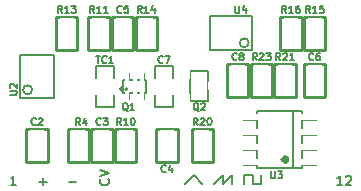
<source format=gto>
%FSLAX46Y46*%
G04 Gerber Fmt 4.6, Leading zero omitted, Abs format (unit mm)*
G04 Created by KiCad (PCBNEW (2014-09-02 BZR 5112)-product) date 2014-09-07 2:51:26 PM*
%MOMM*%
G01*
G04 APERTURE LIST*
%ADD10C,0.150000*%
%ADD11C,0.203200*%
%ADD12C,0.200000*%
%ADD13C,0.066040*%
%ADD14C,0.152400*%
%ADD15C,0.127000*%
%ADD16C,0.406400*%
%ADD17C,0.254000*%
%ADD18R,0.299720X1.300480*%
%ADD19R,1.300480X0.299720*%
%ADD20R,0.398780X0.797560*%
%ADD21R,1.000760X0.701040*%
%ADD22R,2.199640X0.599440*%
%ADD23R,1.397000X1.143000*%
%ADD24R,1.143000X0.812800*%
%ADD25R,1.350000X3.500000*%
G04 APERTURE END LIST*
D10*
D11*
X147190362Y-97058057D02*
X147809638Y-97058057D01*
X150540286Y-96846762D02*
X150578990Y-96885467D01*
X150617695Y-97001581D01*
X150617695Y-97078991D01*
X150578990Y-97195105D01*
X150501581Y-97272514D01*
X150424171Y-97311219D01*
X150269352Y-97349924D01*
X150153238Y-97349924D01*
X149998419Y-97311219D01*
X149921010Y-97272514D01*
X149843600Y-97195105D01*
X149804895Y-97078991D01*
X149804895Y-97001581D01*
X149843600Y-96885467D01*
X149882305Y-96846762D01*
X149804895Y-96614533D02*
X150617695Y-96343600D01*
X149804895Y-96072667D01*
D12*
X163500000Y-97250000D02*
X163500000Y-96500000D01*
X162750000Y-97250000D02*
X163500000Y-97250000D01*
X162750000Y-96500000D02*
X162750000Y-97250000D01*
X162000000Y-96500000D02*
X162750000Y-96500000D01*
X162000000Y-97250000D02*
X162000000Y-96500000D01*
X161000000Y-96500000D02*
X161000000Y-97250000D01*
X160250000Y-97250000D02*
X161000000Y-96500000D01*
X160250000Y-96500000D02*
X160250000Y-97250000D01*
X159500000Y-97250000D02*
X160250000Y-96500000D01*
X157750000Y-96500000D02*
X158500000Y-97250000D01*
X157000000Y-97250000D02*
X157750000Y-96500000D01*
D11*
X170345181Y-97367695D02*
X169880724Y-97367695D01*
X170112953Y-97367695D02*
X170112953Y-96554895D01*
X170035543Y-96671010D01*
X169958134Y-96748419D01*
X169880724Y-96787124D01*
X170654819Y-96632305D02*
X170693524Y-96593600D01*
X170770933Y-96554895D01*
X170964457Y-96554895D01*
X171041867Y-96593600D01*
X171080571Y-96632305D01*
X171119276Y-96709714D01*
X171119276Y-96787124D01*
X171080571Y-96903238D01*
X170616114Y-97367695D01*
X171119276Y-97367695D01*
X144690362Y-97058057D02*
X145309638Y-97058057D01*
X145000000Y-97367695D02*
X145000000Y-96748419D01*
X142732229Y-97367695D02*
X142267772Y-97367695D01*
X142500001Y-97367695D02*
X142500001Y-96554895D01*
X142422591Y-96671010D01*
X142345182Y-96748419D01*
X142267772Y-96787124D01*
D12*
X151500000Y-89250000D02*
X151750000Y-89500000D01*
X151750000Y-89000000D02*
X151500000Y-89250000D01*
X143070000Y-86350000D02*
X145930000Y-86350000D01*
X145930000Y-86350000D02*
X145930000Y-89950000D01*
X145930000Y-89950000D02*
X143070000Y-89950000D01*
X143062000Y-89928000D02*
X143062000Y-86372000D01*
X144078000Y-89293000D02*
G75*
G03X144078000Y-89293000I-381000J0D01*
G74*
G01*
X159100000Y-85930000D02*
X159100000Y-83070000D01*
X159100000Y-83070000D02*
X162700000Y-83070000D01*
X162700000Y-83070000D02*
X162700000Y-85930000D01*
X162678000Y-85938000D02*
X159122000Y-85938000D01*
X162424000Y-85303000D02*
G75*
G03X162424000Y-85303000I-381000J0D01*
G74*
G01*
D13*
X151952440Y-90099820D02*
X152252160Y-90099820D01*
X152252160Y-90099820D02*
X152252160Y-89599440D01*
X151952440Y-89599440D02*
X152252160Y-89599440D01*
X151952440Y-90099820D02*
X151952440Y-89599440D01*
X152600140Y-90099820D02*
X152899860Y-90099820D01*
X152899860Y-90099820D02*
X152899860Y-89599440D01*
X152600140Y-89599440D02*
X152899860Y-89599440D01*
X152600140Y-90099820D02*
X152600140Y-89599440D01*
X153247840Y-90099820D02*
X153547560Y-90099820D01*
X153547560Y-90099820D02*
X153547560Y-89599440D01*
X153247840Y-89599440D02*
X153547560Y-89599440D01*
X153247840Y-90099820D02*
X153247840Y-89599440D01*
X153247840Y-88400560D02*
X153547560Y-88400560D01*
X153547560Y-88400560D02*
X153547560Y-87900180D01*
X153247840Y-87900180D02*
X153547560Y-87900180D01*
X153247840Y-88400560D02*
X153247840Y-87900180D01*
X152600140Y-88400560D02*
X152899860Y-88400560D01*
X152899860Y-88400560D02*
X152899860Y-87900180D01*
X152600140Y-87900180D02*
X152899860Y-87900180D01*
X152600140Y-88400560D02*
X152600140Y-87900180D01*
X151952440Y-88400560D02*
X152252160Y-88400560D01*
X152252160Y-88400560D02*
X152252160Y-87900180D01*
X151952440Y-87900180D02*
X152252160Y-87900180D01*
X151952440Y-88400560D02*
X151952440Y-87900180D01*
D11*
X151751780Y-88451360D02*
X153748220Y-88451360D01*
X153748220Y-88451360D02*
X153748220Y-89548640D01*
X153748220Y-89548640D02*
X151751780Y-89548640D01*
X151751780Y-89548640D02*
X151751780Y-88451360D01*
D14*
X152155671Y-89248920D02*
G75*
G03X152155671Y-89248920I-104171J0D01*
G74*
G01*
D15*
X157488000Y-90270000D02*
X157488000Y-87666500D01*
X157488000Y-87666500D02*
X159012000Y-87666500D01*
X159012000Y-87666500D02*
X159012000Y-90270000D01*
X159012000Y-90270000D02*
X157488000Y-90270000D01*
D16*
X165660605Y-95208000D02*
G75*
G03X165660605Y-95208000I-179605J0D01*
G74*
G01*
D13*
X168098800Y-95648840D02*
X168098800Y-95158620D01*
X168098800Y-95158620D02*
X166998980Y-95158620D01*
X166998980Y-95648840D02*
X166998980Y-95158620D01*
X168098800Y-95648840D02*
X166998980Y-95648840D01*
X168098800Y-94378840D02*
X168098800Y-93888620D01*
X168098800Y-93888620D02*
X166998980Y-93888620D01*
X166998980Y-94378840D02*
X166998980Y-93888620D01*
X168098800Y-94378840D02*
X166998980Y-94378840D01*
X168098800Y-93111380D02*
X168098800Y-92621160D01*
X168098800Y-92621160D02*
X166998980Y-92621160D01*
X166998980Y-93111380D02*
X166998980Y-92621160D01*
X168098800Y-93111380D02*
X166998980Y-93111380D01*
X168098800Y-91841380D02*
X168098800Y-91351160D01*
X168098800Y-91351160D02*
X166998980Y-91351160D01*
X166998980Y-91841380D02*
X166998980Y-91351160D01*
X168098800Y-91841380D02*
X166998980Y-91841380D01*
X163001020Y-91841380D02*
X163001020Y-91351160D01*
X163001020Y-91351160D02*
X161901200Y-91351160D01*
X161901200Y-91841380D02*
X161901200Y-91351160D01*
X163001020Y-91841380D02*
X161901200Y-91841380D01*
X163001020Y-93111380D02*
X163001020Y-92621160D01*
X163001020Y-92621160D02*
X161901200Y-92621160D01*
X161901200Y-93111380D02*
X161901200Y-92621160D01*
X163001020Y-93111380D02*
X161901200Y-93111380D01*
X163001020Y-94378840D02*
X163001020Y-93888620D01*
X163001020Y-93888620D02*
X161901200Y-93888620D01*
X161901200Y-94378840D02*
X161901200Y-93888620D01*
X163001020Y-94378840D02*
X161901200Y-94378840D01*
X163001020Y-95648840D02*
X163001020Y-95158620D01*
X163001020Y-95158620D02*
X161901200Y-95158620D01*
X161901200Y-95648840D02*
X161901200Y-95158620D01*
X163001020Y-95648840D02*
X161901200Y-95648840D01*
D11*
X163100080Y-91102240D02*
X166399540Y-91102240D01*
X166399540Y-91102240D02*
X166899920Y-91102240D01*
X166899920Y-91102240D02*
X166899920Y-95897760D01*
X166899920Y-95897760D02*
X166399540Y-95897760D01*
X166399540Y-95897760D02*
X163100080Y-95897760D01*
X163100080Y-95897760D02*
X163100080Y-91102240D01*
X166145540Y-91102240D02*
X166145540Y-95897760D01*
D15*
X154488000Y-88288800D02*
X154488000Y-87272800D01*
X154488000Y-87272800D02*
X156012000Y-87272800D01*
X156012000Y-87272800D02*
X156012000Y-88288800D01*
X156012000Y-89711200D02*
X156012000Y-90727200D01*
X156012000Y-90727200D02*
X154488000Y-90727200D01*
X154488000Y-90727200D02*
X154488000Y-89711200D01*
X149488000Y-88288800D02*
X149488000Y-87272800D01*
X149488000Y-87272800D02*
X151012000Y-87272800D01*
X151012000Y-87272800D02*
X151012000Y-88288800D01*
X151012000Y-89711200D02*
X151012000Y-90727200D01*
X151012000Y-90727200D02*
X149488000Y-90727200D01*
X149488000Y-90727200D02*
X149488000Y-89711200D01*
D17*
X148900000Y-95400000D02*
X148900000Y-92600000D01*
X148900000Y-92600000D02*
X147100000Y-92600000D01*
X147100000Y-92600000D02*
X147100000Y-95400000D01*
X147100000Y-95400000D02*
X148900000Y-95400000D01*
X152650000Y-85900000D02*
X152650000Y-83100000D01*
X152650000Y-83100000D02*
X150850000Y-83100000D01*
X150850000Y-83100000D02*
X150850000Y-85900000D01*
X150850000Y-85900000D02*
X152650000Y-85900000D01*
X152850000Y-83100000D02*
X152850000Y-85900000D01*
X152850000Y-85900000D02*
X154650000Y-85900000D01*
X154650000Y-85900000D02*
X154650000Y-83100000D01*
X154650000Y-83100000D02*
X152850000Y-83100000D01*
X147900000Y-85900000D02*
X147900000Y-83100000D01*
X147900000Y-83100000D02*
X146100000Y-83100000D01*
X146100000Y-83100000D02*
X146100000Y-85900000D01*
X146100000Y-85900000D02*
X147900000Y-85900000D01*
X151100000Y-92600000D02*
X151100000Y-95400000D01*
X151100000Y-95400000D02*
X152900000Y-95400000D01*
X152900000Y-95400000D02*
X152900000Y-92600000D01*
X152900000Y-92600000D02*
X151100000Y-92600000D01*
X149100000Y-92600000D02*
X149100000Y-95400000D01*
X149100000Y-95400000D02*
X150900000Y-95400000D01*
X150900000Y-95400000D02*
X150900000Y-92600000D01*
X150900000Y-92600000D02*
X149100000Y-92600000D01*
X157600000Y-92600000D02*
X157600000Y-95400000D01*
X157600000Y-95400000D02*
X159400000Y-95400000D01*
X159400000Y-95400000D02*
X159400000Y-92600000D01*
X159400000Y-92600000D02*
X157600000Y-92600000D01*
X148850000Y-83100000D02*
X148850000Y-85900000D01*
X148850000Y-85900000D02*
X150650000Y-85900000D01*
X150650000Y-85900000D02*
X150650000Y-83100000D01*
X150650000Y-83100000D02*
X148850000Y-83100000D01*
X154600000Y-92600000D02*
X154600000Y-95400000D01*
X154600000Y-95400000D02*
X156400000Y-95400000D01*
X156400000Y-95400000D02*
X156400000Y-92600000D01*
X156400000Y-92600000D02*
X154600000Y-92600000D01*
X145400000Y-95400000D02*
X145400000Y-92600000D01*
X145400000Y-92600000D02*
X143600000Y-92600000D01*
X143600000Y-92600000D02*
X143600000Y-95400000D01*
X143600000Y-95400000D02*
X145400000Y-95400000D01*
X160600000Y-87100000D02*
X160600000Y-89900000D01*
X160600000Y-89900000D02*
X162400000Y-89900000D01*
X162400000Y-89900000D02*
X162400000Y-87100000D01*
X162400000Y-87100000D02*
X160600000Y-87100000D01*
X168900000Y-89900000D02*
X168900000Y-87100000D01*
X168900000Y-87100000D02*
X167100000Y-87100000D01*
X167100000Y-87100000D02*
X167100000Y-89900000D01*
X167100000Y-89900000D02*
X168900000Y-89900000D01*
X165100000Y-83100000D02*
X165100000Y-85900000D01*
X165100000Y-85900000D02*
X166900000Y-85900000D01*
X166900000Y-85900000D02*
X166900000Y-83100000D01*
X166900000Y-83100000D02*
X165100000Y-83100000D01*
X168900000Y-85900000D02*
X168900000Y-83100000D01*
X168900000Y-83100000D02*
X167100000Y-83100000D01*
X167100000Y-83100000D02*
X167100000Y-85900000D01*
X167100000Y-85900000D02*
X168900000Y-85900000D01*
X162600000Y-87100000D02*
X162600000Y-89900000D01*
X162600000Y-89900000D02*
X164400000Y-89900000D01*
X164400000Y-89900000D02*
X164400000Y-87100000D01*
X164400000Y-87100000D02*
X162600000Y-87100000D01*
X164600000Y-87100000D02*
X164600000Y-89900000D01*
X164600000Y-89900000D02*
X166400000Y-89900000D01*
X166400000Y-89900000D02*
X166400000Y-87100000D01*
X166400000Y-87100000D02*
X164600000Y-87100000D01*
D14*
X142166171Y-89714457D02*
X142659657Y-89714457D01*
X142717714Y-89685429D01*
X142746743Y-89656400D01*
X142775771Y-89598343D01*
X142775771Y-89482229D01*
X142746743Y-89424171D01*
X142717714Y-89395143D01*
X142659657Y-89366114D01*
X142166171Y-89366114D01*
X142224229Y-89104857D02*
X142195200Y-89075828D01*
X142166171Y-89017771D01*
X142166171Y-88872628D01*
X142195200Y-88814571D01*
X142224229Y-88785542D01*
X142282286Y-88756514D01*
X142340343Y-88756514D01*
X142427429Y-88785542D01*
X142775771Y-89133885D01*
X142775771Y-88756514D01*
X161285543Y-82166171D02*
X161285543Y-82659657D01*
X161314571Y-82717714D01*
X161343600Y-82746743D01*
X161401657Y-82775771D01*
X161517771Y-82775771D01*
X161575829Y-82746743D01*
X161604857Y-82717714D01*
X161633886Y-82659657D01*
X161633886Y-82166171D01*
X162185429Y-82369371D02*
X162185429Y-82775771D01*
X162040286Y-82137143D02*
X161895143Y-82572571D01*
X162272515Y-82572571D01*
X152191943Y-91083829D02*
X152133886Y-91054800D01*
X152075829Y-90996743D01*
X151988743Y-90909657D01*
X151930686Y-90880629D01*
X151872629Y-90880629D01*
X151901657Y-91025771D02*
X151843600Y-90996743D01*
X151785543Y-90938686D01*
X151756514Y-90822571D01*
X151756514Y-90619371D01*
X151785543Y-90503257D01*
X151843600Y-90445200D01*
X151901657Y-90416171D01*
X152017771Y-90416171D01*
X152075829Y-90445200D01*
X152133886Y-90503257D01*
X152162914Y-90619371D01*
X152162914Y-90822571D01*
X152133886Y-90938686D01*
X152075829Y-90996743D01*
X152017771Y-91025771D01*
X151901657Y-91025771D01*
X152743486Y-91025771D02*
X152395143Y-91025771D01*
X152569315Y-91025771D02*
X152569315Y-90416171D01*
X152511258Y-90503257D01*
X152453200Y-90561314D01*
X152395143Y-90590343D01*
X158191943Y-91083829D02*
X158133886Y-91054800D01*
X158075829Y-90996743D01*
X157988743Y-90909657D01*
X157930686Y-90880629D01*
X157872629Y-90880629D01*
X157901657Y-91025771D02*
X157843600Y-90996743D01*
X157785543Y-90938686D01*
X157756514Y-90822571D01*
X157756514Y-90619371D01*
X157785543Y-90503257D01*
X157843600Y-90445200D01*
X157901657Y-90416171D01*
X158017771Y-90416171D01*
X158075829Y-90445200D01*
X158133886Y-90503257D01*
X158162914Y-90619371D01*
X158162914Y-90822571D01*
X158133886Y-90938686D01*
X158075829Y-90996743D01*
X158017771Y-91025771D01*
X157901657Y-91025771D01*
X158395143Y-90474229D02*
X158424172Y-90445200D01*
X158482229Y-90416171D01*
X158627372Y-90416171D01*
X158685429Y-90445200D01*
X158714458Y-90474229D01*
X158743486Y-90532286D01*
X158743486Y-90590343D01*
X158714458Y-90677429D01*
X158366115Y-91025771D01*
X158743486Y-91025771D01*
X164285543Y-96166171D02*
X164285543Y-96659657D01*
X164314571Y-96717714D01*
X164343600Y-96746743D01*
X164401657Y-96775771D01*
X164517771Y-96775771D01*
X164575829Y-96746743D01*
X164604857Y-96717714D01*
X164633886Y-96659657D01*
X164633886Y-96166171D01*
X164866115Y-96166171D02*
X165243486Y-96166171D01*
X165040286Y-96398400D01*
X165127372Y-96398400D01*
X165185429Y-96427429D01*
X165214458Y-96456457D01*
X165243486Y-96514514D01*
X165243486Y-96659657D01*
X165214458Y-96717714D01*
X165185429Y-96746743D01*
X165127372Y-96775771D01*
X164953200Y-96775771D01*
X164895143Y-96746743D01*
X164866115Y-96717714D01*
X155148401Y-86967714D02*
X155119372Y-86996743D01*
X155032286Y-87025771D01*
X154974229Y-87025771D01*
X154887144Y-86996743D01*
X154829086Y-86938686D01*
X154800058Y-86880629D01*
X154771029Y-86764514D01*
X154771029Y-86677429D01*
X154800058Y-86561314D01*
X154829086Y-86503257D01*
X154887144Y-86445200D01*
X154974229Y-86416171D01*
X155032286Y-86416171D01*
X155119372Y-86445200D01*
X155148401Y-86474229D01*
X155351601Y-86416171D02*
X155758001Y-86416171D01*
X155496744Y-87025771D01*
X149480743Y-86416171D02*
X149829086Y-86416171D01*
X149654915Y-87025771D02*
X149654915Y-86416171D01*
X150380629Y-86967714D02*
X150351600Y-86996743D01*
X150264514Y-87025771D01*
X150206457Y-87025771D01*
X150119372Y-86996743D01*
X150061314Y-86938686D01*
X150032286Y-86880629D01*
X150003257Y-86764514D01*
X150003257Y-86677429D01*
X150032286Y-86561314D01*
X150061314Y-86503257D01*
X150119372Y-86445200D01*
X150206457Y-86416171D01*
X150264514Y-86416171D01*
X150351600Y-86445200D01*
X150380629Y-86474229D01*
X150961200Y-87025771D02*
X150612857Y-87025771D01*
X150787029Y-87025771D02*
X150787029Y-86416171D01*
X150728972Y-86503257D01*
X150670914Y-86561314D01*
X150612857Y-86590343D01*
X148148401Y-92275771D02*
X147945201Y-91985486D01*
X147800058Y-92275771D02*
X147800058Y-91666171D01*
X148032286Y-91666171D01*
X148090344Y-91695200D01*
X148119372Y-91724229D01*
X148148401Y-91782286D01*
X148148401Y-91869371D01*
X148119372Y-91927429D01*
X148090344Y-91956457D01*
X148032286Y-91985486D01*
X147800058Y-91985486D01*
X148670915Y-91869371D02*
X148670915Y-92275771D01*
X148525772Y-91637143D02*
X148380629Y-92072571D01*
X148758001Y-92072571D01*
X151648401Y-82717714D02*
X151619372Y-82746743D01*
X151532286Y-82775771D01*
X151474229Y-82775771D01*
X151387144Y-82746743D01*
X151329086Y-82688686D01*
X151300058Y-82630629D01*
X151271029Y-82514514D01*
X151271029Y-82427429D01*
X151300058Y-82311314D01*
X151329086Y-82253257D01*
X151387144Y-82195200D01*
X151474229Y-82166171D01*
X151532286Y-82166171D01*
X151619372Y-82195200D01*
X151648401Y-82224229D01*
X152199944Y-82166171D02*
X151909658Y-82166171D01*
X151880629Y-82456457D01*
X151909658Y-82427429D01*
X151967715Y-82398400D01*
X152112858Y-82398400D01*
X152170915Y-82427429D01*
X152199944Y-82456457D01*
X152228972Y-82514514D01*
X152228972Y-82659657D01*
X152199944Y-82717714D01*
X152170915Y-82746743D01*
X152112858Y-82775771D01*
X151967715Y-82775771D01*
X151909658Y-82746743D01*
X151880629Y-82717714D01*
X153358115Y-82775771D02*
X153154915Y-82485486D01*
X153009772Y-82775771D02*
X153009772Y-82166171D01*
X153242000Y-82166171D01*
X153300058Y-82195200D01*
X153329086Y-82224229D01*
X153358115Y-82282286D01*
X153358115Y-82369371D01*
X153329086Y-82427429D01*
X153300058Y-82456457D01*
X153242000Y-82485486D01*
X153009772Y-82485486D01*
X153938686Y-82775771D02*
X153590343Y-82775771D01*
X153764515Y-82775771D02*
X153764515Y-82166171D01*
X153706458Y-82253257D01*
X153648400Y-82311314D01*
X153590343Y-82340343D01*
X154461200Y-82369371D02*
X154461200Y-82775771D01*
X154316057Y-82137143D02*
X154170914Y-82572571D01*
X154548286Y-82572571D01*
X146608115Y-82775771D02*
X146404915Y-82485486D01*
X146259772Y-82775771D02*
X146259772Y-82166171D01*
X146492000Y-82166171D01*
X146550058Y-82195200D01*
X146579086Y-82224229D01*
X146608115Y-82282286D01*
X146608115Y-82369371D01*
X146579086Y-82427429D01*
X146550058Y-82456457D01*
X146492000Y-82485486D01*
X146259772Y-82485486D01*
X147188686Y-82775771D02*
X146840343Y-82775771D01*
X147014515Y-82775771D02*
X147014515Y-82166171D01*
X146956458Y-82253257D01*
X146898400Y-82311314D01*
X146840343Y-82340343D01*
X147391886Y-82166171D02*
X147769257Y-82166171D01*
X147566057Y-82398400D01*
X147653143Y-82398400D01*
X147711200Y-82427429D01*
X147740229Y-82456457D01*
X147769257Y-82514514D01*
X147769257Y-82659657D01*
X147740229Y-82717714D01*
X147711200Y-82746743D01*
X147653143Y-82775771D01*
X147478971Y-82775771D01*
X147420914Y-82746743D01*
X147391886Y-82717714D01*
X151608115Y-92275771D02*
X151404915Y-91985486D01*
X151259772Y-92275771D02*
X151259772Y-91666171D01*
X151492000Y-91666171D01*
X151550058Y-91695200D01*
X151579086Y-91724229D01*
X151608115Y-91782286D01*
X151608115Y-91869371D01*
X151579086Y-91927429D01*
X151550058Y-91956457D01*
X151492000Y-91985486D01*
X151259772Y-91985486D01*
X152188686Y-92275771D02*
X151840343Y-92275771D01*
X152014515Y-92275771D02*
X152014515Y-91666171D01*
X151956458Y-91753257D01*
X151898400Y-91811314D01*
X151840343Y-91840343D01*
X152566057Y-91666171D02*
X152624114Y-91666171D01*
X152682171Y-91695200D01*
X152711200Y-91724229D01*
X152740229Y-91782286D01*
X152769257Y-91898400D01*
X152769257Y-92043543D01*
X152740229Y-92159657D01*
X152711200Y-92217714D01*
X152682171Y-92246743D01*
X152624114Y-92275771D01*
X152566057Y-92275771D01*
X152508000Y-92246743D01*
X152478971Y-92217714D01*
X152449943Y-92159657D01*
X152420914Y-92043543D01*
X152420914Y-91898400D01*
X152449943Y-91782286D01*
X152478971Y-91724229D01*
X152508000Y-91695200D01*
X152566057Y-91666171D01*
X149898401Y-92217714D02*
X149869372Y-92246743D01*
X149782286Y-92275771D01*
X149724229Y-92275771D01*
X149637144Y-92246743D01*
X149579086Y-92188686D01*
X149550058Y-92130629D01*
X149521029Y-92014514D01*
X149521029Y-91927429D01*
X149550058Y-91811314D01*
X149579086Y-91753257D01*
X149637144Y-91695200D01*
X149724229Y-91666171D01*
X149782286Y-91666171D01*
X149869372Y-91695200D01*
X149898401Y-91724229D01*
X150101601Y-91666171D02*
X150478972Y-91666171D01*
X150275772Y-91898400D01*
X150362858Y-91898400D01*
X150420915Y-91927429D01*
X150449944Y-91956457D01*
X150478972Y-92014514D01*
X150478972Y-92159657D01*
X150449944Y-92217714D01*
X150420915Y-92246743D01*
X150362858Y-92275771D01*
X150188686Y-92275771D01*
X150130629Y-92246743D01*
X150101601Y-92217714D01*
X158108115Y-92275771D02*
X157904915Y-91985486D01*
X157759772Y-92275771D02*
X157759772Y-91666171D01*
X157992000Y-91666171D01*
X158050058Y-91695200D01*
X158079086Y-91724229D01*
X158108115Y-91782286D01*
X158108115Y-91869371D01*
X158079086Y-91927429D01*
X158050058Y-91956457D01*
X157992000Y-91985486D01*
X157759772Y-91985486D01*
X158340343Y-91724229D02*
X158369372Y-91695200D01*
X158427429Y-91666171D01*
X158572572Y-91666171D01*
X158630629Y-91695200D01*
X158659658Y-91724229D01*
X158688686Y-91782286D01*
X158688686Y-91840343D01*
X158659658Y-91927429D01*
X158311315Y-92275771D01*
X158688686Y-92275771D01*
X159066057Y-91666171D02*
X159124114Y-91666171D01*
X159182171Y-91695200D01*
X159211200Y-91724229D01*
X159240229Y-91782286D01*
X159269257Y-91898400D01*
X159269257Y-92043543D01*
X159240229Y-92159657D01*
X159211200Y-92217714D01*
X159182171Y-92246743D01*
X159124114Y-92275771D01*
X159066057Y-92275771D01*
X159008000Y-92246743D01*
X158978971Y-92217714D01*
X158949943Y-92159657D01*
X158920914Y-92043543D01*
X158920914Y-91898400D01*
X158949943Y-91782286D01*
X158978971Y-91724229D01*
X159008000Y-91695200D01*
X159066057Y-91666171D01*
X149358115Y-82775771D02*
X149154915Y-82485486D01*
X149009772Y-82775771D02*
X149009772Y-82166171D01*
X149242000Y-82166171D01*
X149300058Y-82195200D01*
X149329086Y-82224229D01*
X149358115Y-82282286D01*
X149358115Y-82369371D01*
X149329086Y-82427429D01*
X149300058Y-82456457D01*
X149242000Y-82485486D01*
X149009772Y-82485486D01*
X149938686Y-82775771D02*
X149590343Y-82775771D01*
X149764515Y-82775771D02*
X149764515Y-82166171D01*
X149706458Y-82253257D01*
X149648400Y-82311314D01*
X149590343Y-82340343D01*
X150519257Y-82775771D02*
X150170914Y-82775771D01*
X150345086Y-82775771D02*
X150345086Y-82166171D01*
X150287029Y-82253257D01*
X150228971Y-82311314D01*
X150170914Y-82340343D01*
X155398401Y-96217714D02*
X155369372Y-96246743D01*
X155282286Y-96275771D01*
X155224229Y-96275771D01*
X155137144Y-96246743D01*
X155079086Y-96188686D01*
X155050058Y-96130629D01*
X155021029Y-96014514D01*
X155021029Y-95927429D01*
X155050058Y-95811314D01*
X155079086Y-95753257D01*
X155137144Y-95695200D01*
X155224229Y-95666171D01*
X155282286Y-95666171D01*
X155369372Y-95695200D01*
X155398401Y-95724229D01*
X155920915Y-95869371D02*
X155920915Y-96275771D01*
X155775772Y-95637143D02*
X155630629Y-96072571D01*
X156008001Y-96072571D01*
X144398401Y-92217714D02*
X144369372Y-92246743D01*
X144282286Y-92275771D01*
X144224229Y-92275771D01*
X144137144Y-92246743D01*
X144079086Y-92188686D01*
X144050058Y-92130629D01*
X144021029Y-92014514D01*
X144021029Y-91927429D01*
X144050058Y-91811314D01*
X144079086Y-91753257D01*
X144137144Y-91695200D01*
X144224229Y-91666171D01*
X144282286Y-91666171D01*
X144369372Y-91695200D01*
X144398401Y-91724229D01*
X144630629Y-91724229D02*
X144659658Y-91695200D01*
X144717715Y-91666171D01*
X144862858Y-91666171D01*
X144920915Y-91695200D01*
X144949944Y-91724229D01*
X144978972Y-91782286D01*
X144978972Y-91840343D01*
X144949944Y-91927429D01*
X144601601Y-92275771D01*
X144978972Y-92275771D01*
X161398401Y-86717714D02*
X161369372Y-86746743D01*
X161282286Y-86775771D01*
X161224229Y-86775771D01*
X161137144Y-86746743D01*
X161079086Y-86688686D01*
X161050058Y-86630629D01*
X161021029Y-86514514D01*
X161021029Y-86427429D01*
X161050058Y-86311314D01*
X161079086Y-86253257D01*
X161137144Y-86195200D01*
X161224229Y-86166171D01*
X161282286Y-86166171D01*
X161369372Y-86195200D01*
X161398401Y-86224229D01*
X161746744Y-86427429D02*
X161688686Y-86398400D01*
X161659658Y-86369371D01*
X161630629Y-86311314D01*
X161630629Y-86282286D01*
X161659658Y-86224229D01*
X161688686Y-86195200D01*
X161746744Y-86166171D01*
X161862858Y-86166171D01*
X161920915Y-86195200D01*
X161949944Y-86224229D01*
X161978972Y-86282286D01*
X161978972Y-86311314D01*
X161949944Y-86369371D01*
X161920915Y-86398400D01*
X161862858Y-86427429D01*
X161746744Y-86427429D01*
X161688686Y-86456457D01*
X161659658Y-86485486D01*
X161630629Y-86543543D01*
X161630629Y-86659657D01*
X161659658Y-86717714D01*
X161688686Y-86746743D01*
X161746744Y-86775771D01*
X161862858Y-86775771D01*
X161920915Y-86746743D01*
X161949944Y-86717714D01*
X161978972Y-86659657D01*
X161978972Y-86543543D01*
X161949944Y-86485486D01*
X161920915Y-86456457D01*
X161862858Y-86427429D01*
X167898401Y-86717714D02*
X167869372Y-86746743D01*
X167782286Y-86775771D01*
X167724229Y-86775771D01*
X167637144Y-86746743D01*
X167579086Y-86688686D01*
X167550058Y-86630629D01*
X167521029Y-86514514D01*
X167521029Y-86427429D01*
X167550058Y-86311314D01*
X167579086Y-86253257D01*
X167637144Y-86195200D01*
X167724229Y-86166171D01*
X167782286Y-86166171D01*
X167869372Y-86195200D01*
X167898401Y-86224229D01*
X168420915Y-86166171D02*
X168304801Y-86166171D01*
X168246744Y-86195200D01*
X168217715Y-86224229D01*
X168159658Y-86311314D01*
X168130629Y-86427429D01*
X168130629Y-86659657D01*
X168159658Y-86717714D01*
X168188686Y-86746743D01*
X168246744Y-86775771D01*
X168362858Y-86775771D01*
X168420915Y-86746743D01*
X168449944Y-86717714D01*
X168478972Y-86659657D01*
X168478972Y-86514514D01*
X168449944Y-86456457D01*
X168420915Y-86427429D01*
X168362858Y-86398400D01*
X168246744Y-86398400D01*
X168188686Y-86427429D01*
X168159658Y-86456457D01*
X168130629Y-86514514D01*
X165608115Y-82775771D02*
X165404915Y-82485486D01*
X165259772Y-82775771D02*
X165259772Y-82166171D01*
X165492000Y-82166171D01*
X165550058Y-82195200D01*
X165579086Y-82224229D01*
X165608115Y-82282286D01*
X165608115Y-82369371D01*
X165579086Y-82427429D01*
X165550058Y-82456457D01*
X165492000Y-82485486D01*
X165259772Y-82485486D01*
X166188686Y-82775771D02*
X165840343Y-82775771D01*
X166014515Y-82775771D02*
X166014515Y-82166171D01*
X165956458Y-82253257D01*
X165898400Y-82311314D01*
X165840343Y-82340343D01*
X166711200Y-82166171D02*
X166595086Y-82166171D01*
X166537029Y-82195200D01*
X166508000Y-82224229D01*
X166449943Y-82311314D01*
X166420914Y-82427429D01*
X166420914Y-82659657D01*
X166449943Y-82717714D01*
X166478971Y-82746743D01*
X166537029Y-82775771D01*
X166653143Y-82775771D01*
X166711200Y-82746743D01*
X166740229Y-82717714D01*
X166769257Y-82659657D01*
X166769257Y-82514514D01*
X166740229Y-82456457D01*
X166711200Y-82427429D01*
X166653143Y-82398400D01*
X166537029Y-82398400D01*
X166478971Y-82427429D01*
X166449943Y-82456457D01*
X166420914Y-82514514D01*
X167608115Y-82775771D02*
X167404915Y-82485486D01*
X167259772Y-82775771D02*
X167259772Y-82166171D01*
X167492000Y-82166171D01*
X167550058Y-82195200D01*
X167579086Y-82224229D01*
X167608115Y-82282286D01*
X167608115Y-82369371D01*
X167579086Y-82427429D01*
X167550058Y-82456457D01*
X167492000Y-82485486D01*
X167259772Y-82485486D01*
X168188686Y-82775771D02*
X167840343Y-82775771D01*
X168014515Y-82775771D02*
X168014515Y-82166171D01*
X167956458Y-82253257D01*
X167898400Y-82311314D01*
X167840343Y-82340343D01*
X168740229Y-82166171D02*
X168449943Y-82166171D01*
X168420914Y-82456457D01*
X168449943Y-82427429D01*
X168508000Y-82398400D01*
X168653143Y-82398400D01*
X168711200Y-82427429D01*
X168740229Y-82456457D01*
X168769257Y-82514514D01*
X168769257Y-82659657D01*
X168740229Y-82717714D01*
X168711200Y-82746743D01*
X168653143Y-82775771D01*
X168508000Y-82775771D01*
X168449943Y-82746743D01*
X168420914Y-82717714D01*
X163108115Y-86775771D02*
X162904915Y-86485486D01*
X162759772Y-86775771D02*
X162759772Y-86166171D01*
X162992000Y-86166171D01*
X163050058Y-86195200D01*
X163079086Y-86224229D01*
X163108115Y-86282286D01*
X163108115Y-86369371D01*
X163079086Y-86427429D01*
X163050058Y-86456457D01*
X162992000Y-86485486D01*
X162759772Y-86485486D01*
X163340343Y-86224229D02*
X163369372Y-86195200D01*
X163427429Y-86166171D01*
X163572572Y-86166171D01*
X163630629Y-86195200D01*
X163659658Y-86224229D01*
X163688686Y-86282286D01*
X163688686Y-86340343D01*
X163659658Y-86427429D01*
X163311315Y-86775771D01*
X163688686Y-86775771D01*
X163891886Y-86166171D02*
X164269257Y-86166171D01*
X164066057Y-86398400D01*
X164153143Y-86398400D01*
X164211200Y-86427429D01*
X164240229Y-86456457D01*
X164269257Y-86514514D01*
X164269257Y-86659657D01*
X164240229Y-86717714D01*
X164211200Y-86746743D01*
X164153143Y-86775771D01*
X163978971Y-86775771D01*
X163920914Y-86746743D01*
X163891886Y-86717714D01*
X165108115Y-86775771D02*
X164904915Y-86485486D01*
X164759772Y-86775771D02*
X164759772Y-86166171D01*
X164992000Y-86166171D01*
X165050058Y-86195200D01*
X165079086Y-86224229D01*
X165108115Y-86282286D01*
X165108115Y-86369371D01*
X165079086Y-86427429D01*
X165050058Y-86456457D01*
X164992000Y-86485486D01*
X164759772Y-86485486D01*
X165340343Y-86224229D02*
X165369372Y-86195200D01*
X165427429Y-86166171D01*
X165572572Y-86166171D01*
X165630629Y-86195200D01*
X165659658Y-86224229D01*
X165688686Y-86282286D01*
X165688686Y-86340343D01*
X165659658Y-86427429D01*
X165311315Y-86775771D01*
X165688686Y-86775771D01*
X166269257Y-86775771D02*
X165920914Y-86775771D01*
X166095086Y-86775771D02*
X166095086Y-86166171D01*
X166037029Y-86253257D01*
X165978971Y-86311314D01*
X165920914Y-86340343D01*
%LPC*%
D18*
X143544600Y-90944000D03*
X144179600Y-90944000D03*
X144840000Y-90944000D03*
X145475000Y-90944000D03*
X145475000Y-85356000D03*
X144827300Y-85356000D03*
X144179600Y-85356000D03*
X143531900Y-85356000D03*
D19*
X163694000Y-85455400D03*
X163694000Y-84820400D03*
X163694000Y-84160000D03*
X163694000Y-83525000D03*
X158106000Y-83525000D03*
X158106000Y-84172700D03*
X158106000Y-84820400D03*
X158106000Y-85468100D03*
D20*
X152102300Y-89797560D03*
X152750000Y-89797560D03*
X153397700Y-89797560D03*
X153397700Y-88202440D03*
X152750000Y-88202440D03*
X152102300Y-88202440D03*
D21*
X159520000Y-89000000D03*
X156980000Y-89952500D03*
X156980000Y-88047500D03*
D22*
X167598420Y-95405000D03*
X167598420Y-94135000D03*
X167598420Y-92865000D03*
X167598420Y-91595000D03*
X162401580Y-91595000D03*
X162401580Y-92865000D03*
X162401580Y-94135000D03*
X162401580Y-95405000D03*
D23*
X155250000Y-87920500D03*
X155250000Y-90079500D03*
X150250000Y-87920500D03*
X150250000Y-90079500D03*
D24*
X148000000Y-94850900D03*
X148000000Y-93149100D03*
X151750000Y-85350900D03*
X151750000Y-83649100D03*
X153750000Y-83649100D03*
X153750000Y-85350900D03*
X147000000Y-85350900D03*
X147000000Y-83649100D03*
X152000000Y-93149100D03*
X152000000Y-94850900D03*
X150000000Y-93149100D03*
X150000000Y-94850900D03*
X158500000Y-93149100D03*
X158500000Y-94850900D03*
X149750000Y-83649100D03*
X149750000Y-85350900D03*
X155500000Y-93149100D03*
X155500000Y-94850900D03*
X144500000Y-94850900D03*
X144500000Y-93149100D03*
X161500000Y-87649100D03*
X161500000Y-89350900D03*
X168000000Y-89350900D03*
X168000000Y-87649100D03*
X166000000Y-83649100D03*
X166000000Y-85350900D03*
X168000000Y-85350900D03*
X168000000Y-83649100D03*
X163500000Y-87649100D03*
X163500000Y-89350900D03*
X165500000Y-87649100D03*
X165500000Y-89350900D03*
D25*
X142530000Y-99500000D03*
X145070000Y-99500000D03*
X147610000Y-99500000D03*
X150150000Y-99500000D03*
X152690000Y-99500000D03*
X155230000Y-99500000D03*
X157770000Y-99500000D03*
X160310000Y-99500000D03*
X162850000Y-99500000D03*
X165390000Y-99500000D03*
X167930000Y-99500000D03*
X170470000Y-99500000D03*
M02*

</source>
